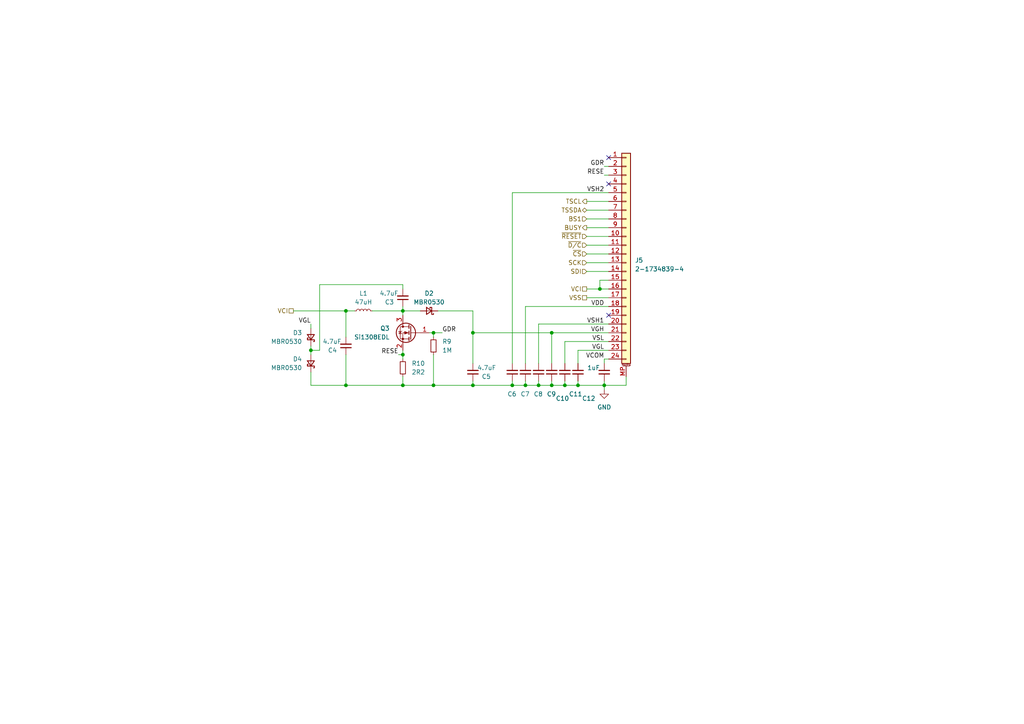
<source format=kicad_sch>
(kicad_sch (version 20230121) (generator eeschema)
  (paper "A4")
  (lib_symbols
    (symbol "Connector_Generic_MountingPin:Conn_01x24_MountingPin" (pin_names (offset 1.016) hide)
      (property "Reference" "J" (at 0 30.48 0))
      (property "Value" "Conn_01x24_MountingPin" (at 1.27 -33.02 0))
      (symbol "Conn_01x24_MountingPin_1_1"
        (rectangle (start -1.27 -30.353) (end 0 -30.607) (stroke (width 0.1524)))
        (rectangle (start -1.27 -27.813) (end 0 -28.067) (stroke (width 0.1524)))
        (rectangle (start -1.27 -25.273) (end 0 -25.527) (stroke (width 0.1524)))
        (rectangle (start -1.27 -22.733) (end 0 -22.987) (stroke (width 0.1524)))
        (rectangle (start -1.27 -20.193) (end 0 -20.447) (stroke (width 0.1524)))
        (rectangle (start -1.27 -17.653) (end 0 -17.907) (stroke (width 0.1524)))
        (rectangle (start -1.27 -15.113) (end 0 -15.367) (stroke (width 0.1524)))
        (rectangle (start -1.27 -12.573) (end 0 -12.827) (stroke (width 0.1524)))
        (rectangle (start -1.27 -10.033) (end 0 -10.287) (stroke (width 0.1524)))
        (rectangle (start -1.27 -7.493) (end 0 -7.747) (stroke (width 0.1524)))
        (rectangle (start -1.27 -4.953) (end 0 -5.207) (stroke (width 0.1524)))
        (rectangle (start -1.27 -2.413) (end 0 -2.667) (stroke (width 0.1524)))
        (rectangle (start -1.27 0.127) (end 0 -0.127) (stroke (width 0.1524)))
        (rectangle (start -1.27 2.667) (end 0 2.413) (stroke (width 0.1524)))
        (rectangle (start -1.27 5.207) (end 0 4.953) (stroke (width 0.1524)))
        (rectangle (start -1.27 7.747) (end 0 7.493) (stroke (width 0.1524)))
        (rectangle (start -1.27 10.287) (end 0 10.033) (stroke (width 0.1524)))
        (rectangle (start -1.27 12.827) (end 0 12.573) (stroke (width 0.1524)))
        (rectangle (start -1.27 15.367) (end 0 15.113) (stroke (width 0.1524)))
        (rectangle (start -1.27 17.907) (end 0 17.653) (stroke (width 0.1524)))
        (rectangle (start -1.27 20.447) (end 0 20.193) (stroke (width 0.1524)))
        (rectangle (start -1.27 22.987) (end 0 22.733) (stroke (width 0.1524)))
        (rectangle (start -1.27 25.527) (end 0 25.273) (stroke (width 0.1524)))
        (rectangle (start -1.27 28.067) (end 0 27.813) (stroke (width 0.1524)))
        (rectangle (start -1.27 29.21) (end 1.27 -31.75) (stroke (width 0.254)) (fill (type background)))
        (polyline (pts (xy -1.016 -32.512) (xy 1.016 -32.512)) (stroke (width 0.1524)))
        (text "Mounting" (at 0 -32.131 0) (effects (font (size 0.381 0.381))))
        (pin passive line (at -5.08 27.94 0) (length 3.81) (name "Pin_1") (number "1"))
        (pin passive line (at -5.08 5.08 0) (length 3.81) (name "Pin_10") (number "10"))
        (pin passive line (at -5.08 2.54 0) (length 3.81) (name "Pin_11") (number "11"))
        (pin passive line (at -5.08 0 0) (length 3.81) (name "Pin_12") (number "12"))
        (pin passive line (at -5.08 -2.54 0) (length 3.81) (name "Pin_13") (number "13"))
        (pin passive line (at -5.08 -5.08 0) (length 3.81) (name "Pin_14") (number "14"))
        (pin passive line (at -5.08 -7.62 0) (length 3.81) (name "Pin_15") (number "15"))
        (pin passive line (at -5.08 -10.16 0) (length 3.81) (name "Pin_16") (number "16"))
        (pin passive line (at -5.08 -12.7 0) (length 3.81) (name "Pin_17") (number "17"))
        (pin passive line (at -5.08 -15.24 0) (length 3.81) (name "Pin_18") (number "18"))
        (pin passive line (at -5.08 -17.78 0) (length 3.81) (name "Pin_19") (number "19"))
        (pin passive line (at -5.08 25.4 0) (length 3.81) (name "Pin_2") (number "2"))
        (pin passive line (at -5.08 -20.32 0) (length 3.81) (name "Pin_20") (number "20"))
        (pin passive line (at -5.08 -22.86 0) (length 3.81) (name "Pin_21") (number "21"))
        (pin passive line (at -5.08 -25.4 0) (length 3.81) (name "Pin_22") (number "22"))
        (pin passive line (at -5.08 -27.94 0) (length 3.81) (name "Pin_23") (number "23"))
        (pin passive line (at -5.08 -30.48 0) (length 3.81) (name "Pin_24") (number "24"))
        (pin passive line (at -5.08 22.86 0) (length 3.81) (name "Pin_3") (number "3"))
        (pin passive line (at -5.08 20.32 0) (length 3.81) (name "Pin_4") (number "4"))
        (pin passive line (at -5.08 17.78 0) (length 3.81) (name "Pin_5") (number "5"))
        (pin passive line (at -5.08 15.24 0) (length 3.81) (name "Pin_6") (number "6"))
        (pin passive line (at -5.08 12.7 0) (length 3.81) (name "Pin_7") (number "7"))
        (pin passive line (at -5.08 10.16 0) (length 3.81) (name "Pin_8") (number "8"))
        (pin passive line (at -5.08 7.62 0) (length 3.81) (name "Pin_9") (number "9"))
        (pin passive line (at 0 -35.56 90) (length 3.048) (name "MountPin") (number "MP"))
      )
    )
    (symbol "Device:C_Small" (pin_numbers hide) (pin_names (offset 0.254) hide)
      (property "Reference" "C" (at 0.254 1.778 0))
      (property "Value" "C_Small" (at 0.254 -2.032 0))
      (symbol "C_Small_0_1"
        (polyline (pts (xy -1.524 -0.508) (xy 1.524 -0.508)) (stroke (width 0.3302)))
        (polyline (pts (xy -1.524 0.508) (xy 1.524 0.508)) (stroke (width 0.3048)))
      )
      (symbol "C_Small_1_1"
        (pin passive line (at 0 2.54 270) (length 2.032) (name "~") (number "1"))
        (pin passive line (at 0 -2.54 90) (length 2.032) (name "~") (number "2"))
      )
    )
    (symbol "Device:D_Schottky_Small" (pin_numbers hide) (pin_names (offset 0.254) hide)
      (property "Reference" "D" (at -1.27 2.032 0))
      (property "Value" "D_Schottky_Small" (at -7.112 -2.032 0))
      (symbol "D_Schottky_Small_0_1"
        (polyline (pts (xy -0.762 0) (xy 0.762 0)))
        (polyline (pts (xy 0.762 -1.016) (xy -0.762 0) (xy 0.762 1.016) (xy 0.762 -1.016)) (stroke (width 0.254)))
        (polyline (pts (xy -1.27 0.762) (xy -1.27 1.016) (xy -0.762 1.016) (xy -0.762 -1.016) (xy -0.254 -1.016) (xy -0.254 -0.762)) (stroke (width 0.254)))
      )
      (symbol "D_Schottky_Small_1_1"
        (pin passive line (at -2.54 0 0) (length 1.778) (name "K") (number "1"))
        (pin passive line (at 2.54 0 180) (length 1.778) (name "A") (number "2"))
      )
    )
    (symbol "Device:L_Small" (pin_numbers hide) (pin_names (offset 0.254) hide)
      (property "Reference" "L" (at 0.762 1.016 0))
      (property "Value" "L_Small" (at 0.762 -1.016 0))
      (symbol "L_Small_0_1"
        (arc (start 0 -2.032) (mid 0.5058 -1.524) (end 0 -1.016))
        (arc (start 0 -1.016) (mid 0.5058 -0.508) (end 0 0))
        (arc (start 0 0) (mid 0.5058 0.508) (end 0 1.016))
        (arc (start 0 1.016) (mid 0.5058 1.524) (end 0 2.032))
      )
      (symbol "L_Small_1_1"
        (pin passive line (at 0 2.54 270) (length 0.508) (name "~") (number "1"))
        (pin passive line (at 0 -2.54 90) (length 0.508) (name "~") (number "2"))
      )
    )
    (symbol "Device:Q_NMOS_GSD" (pin_names (offset 0) hide)
      (property "Reference" "Q" (at 5.08 1.27 0))
      (property "Value" "Q_NMOS_GSD" (at 5.08 -1.27 0))
      (symbol "Q_NMOS_GSD_0_1"
        (polyline (pts (xy 0.254 0) (xy -2.54 0)))
        (polyline (pts (xy 0.254 1.905) (xy 0.254 -1.905)) (stroke (width 0.254)))
        (polyline (pts (xy 0.762 -1.27) (xy 0.762 -2.286)) (stroke (width 0.254)))
        (polyline (pts (xy 0.762 0.508) (xy 0.762 -0.508)) (stroke (width 0.254)))
        (polyline (pts (xy 0.762 2.286) (xy 0.762 1.27)) (stroke (width 0.254)))
        (polyline (pts (xy 2.54 2.54) (xy 2.54 1.778)))
        (polyline (pts (xy 2.54 -2.54) (xy 2.54 0) (xy 0.762 0)))
        (polyline (pts (xy 0.762 -1.778) (xy 3.302 -1.778) (xy 3.302 1.778) (xy 0.762 1.778)))
        (polyline (pts (xy 1.016 0) (xy 2.032 0.381) (xy 2.032 -0.381) (xy 1.016 0)) (fill (type outline)))
        (polyline (pts (xy 2.794 0.508) (xy 2.921 0.381) (xy 3.683 0.381) (xy 3.81 0.254)))
        (polyline (pts (xy 3.302 0.381) (xy 2.921 -0.254) (xy 3.683 -0.254) (xy 3.302 0.381)))
        (circle (center 1.651 0) (radius 2.794) (stroke (width 0.254)))
        (circle (center 2.54 -1.778) (radius 0.254) (fill (type outline)))
        (circle (center 2.54 1.778) (radius 0.254) (fill (type outline)))
      )
      (symbol "Q_NMOS_GSD_1_1"
        (pin input line (at -5.08 0 0) (length 2.54) (name "G") (number "1"))
        (pin passive line (at 2.54 -5.08 90) (length 2.54) (name "S") (number "2"))
        (pin passive line (at 2.54 5.08 270) (length 2.54) (name "D") (number "3"))
      )
    )
    (symbol "Device:R_Small" (pin_numbers hide) (pin_names (offset 0.254) hide)
      (property "Reference" "R" (at 0.762 0.508 0))
      (property "Value" "R_Small" (at 0.762 -1.016 0))
      (symbol "R_Small_0_1"
        (rectangle (start -0.762 1.778) (end 0.762 -1.778) (stroke (width 0.2032)))
      )
      (symbol "R_Small_1_1"
        (pin passive line (at 0 2.54 270) (length 0.762) (name "~") (number "1"))
        (pin passive line (at 0 -2.54 90) (length 0.762) (name "~") (number "2"))
      )
    )
    (symbol "power:GND" (power) (pin_names (offset 0))
      (property "Value" "GND" (at 0 -3.81 0))
      (symbol "GND_0_1"
        (polyline (pts (xy 0 0) (xy 0 -1.27) (xy 1.27 -1.27) (xy 0 -2.54) (xy -1.27 -1.27) (xy 0 -1.27)))
      )
      (symbol "GND_1_1"
        (pin power_in line (at 0 0 270) (length 0) hide (name "GND") (number "1"))
      )
    )
  )
  (junction (at 152.4 111.76))
  (junction (at 160.02 111.76))
  (junction (at 100.33 111.76))
  (junction (at 160.02 96.52))
  (junction (at 125.73 96.52))
  (junction (at 137.16 96.52))
  (junction (at 173.99 83.82))
  (junction (at 90.17 101.6))
  (junction (at 163.83 111.76))
  (junction (at 116.84 102.87))
  (junction (at 116.84 90.17))
  (junction (at 125.73 111.76))
  (junction (at 148.59 111.76))
  (junction (at 137.16 111.76))
  (junction (at 167.64 111.76))
  (junction (at 100.33 90.17))
  (junction (at 156.21 111.76))
  (junction (at 175.26 111.76))
  (junction (at 116.84 111.76))
  (no_connect (at 176.53 53.34))
  (no_connect (at 176.53 45.72))
  (no_connect (at 176.53 91.44))
  (wire (pts (xy 100.33 102.87) (xy 100.33 111.76)))
  (wire (pts (xy 90.17 111.76) (xy 90.17 107.95)))
  (wire (pts (xy 100.33 111.76) (xy 90.17 111.76)))
  (wire (pts (xy 163.83 99.06) (xy 163.83 105.41)))
  (wire (pts (xy 163.83 99.06) (xy 176.53 99.06)))
  (wire (pts (xy 137.16 96.52) (xy 137.16 105.41)))
  (wire (pts (xy 100.33 90.17) (xy 102.87 90.17)))
  (wire (pts (xy 100.33 97.79) (xy 100.33 90.17)))
  (wire (pts (xy 90.17 100.33) (xy 90.17 101.6)))
  (wire (pts (xy 90.17 101.6) (xy 90.17 102.87)))
  (wire (pts (xy 170.18 78.74) (xy 176.53 78.74)))
  (wire (pts (xy 85.09 90.17) (xy 100.33 90.17)))
  (wire (pts (xy 116.84 109.22) (xy 116.84 111.76)))
  (wire (pts (xy 116.84 111.76) (xy 125.73 111.76)))
  (wire (pts (xy 125.73 102.87) (xy 125.73 111.76)))
  (wire (pts (xy 175.26 111.76) (xy 181.61 111.76)))
  (wire (pts (xy 181.61 111.76) (xy 181.61 109.22)))
  (wire (pts (xy 170.18 58.42) (xy 176.53 58.42)))
  (wire (pts (xy 148.59 110.49) (xy 148.59 111.76)))
  (wire (pts (xy 160.02 105.41) (xy 160.02 96.52)))
  (wire (pts (xy 173.99 83.82) (xy 176.53 83.82)))
  (wire (pts (xy 156.21 110.49) (xy 156.21 111.76)))
  (wire (pts (xy 116.84 101.6) (xy 116.84 102.87)))
  (wire (pts (xy 116.84 102.87) (xy 116.84 104.14)))
  (wire (pts (xy 175.26 104.14) (xy 175.26 105.41)))
  (wire (pts (xy 137.16 90.17) (xy 127 90.17)))
  (wire (pts (xy 137.16 96.52) (xy 137.16 90.17)))
  (wire (pts (xy 175.26 50.8) (xy 176.53 50.8)))
  (wire (pts (xy 163.83 110.49) (xy 163.83 111.76)))
  (wire (pts (xy 175.26 48.26) (xy 176.53 48.26)))
  (wire (pts (xy 173.99 81.28) (xy 176.53 81.28)))
  (wire (pts (xy 156.21 93.98) (xy 156.21 105.41)))
  (wire (pts (xy 90.17 101.6) (xy 92.71 101.6)))
  (wire (pts (xy 92.71 82.55) (xy 116.84 82.55)))
  (wire (pts (xy 92.71 101.6) (xy 92.71 82.55)))
  (wire (pts (xy 170.18 63.5) (xy 176.53 63.5)))
  (wire (pts (xy 167.64 101.6) (xy 176.53 101.6)))
  (wire (pts (xy 148.59 55.88) (xy 148.59 105.41)))
  (wire (pts (xy 148.59 55.88) (xy 176.53 55.88)))
  (wire (pts (xy 170.18 83.82) (xy 173.99 83.82)))
  (wire (pts (xy 125.73 96.52) (xy 128.27 96.52)))
  (wire (pts (xy 170.18 76.2) (xy 176.53 76.2)))
  (wire (pts (xy 152.4 111.76) (xy 152.4 110.49)))
  (wire (pts (xy 156.21 111.76) (xy 152.4 111.76)))
  (wire (pts (xy 160.02 111.76) (xy 156.21 111.76)))
  (wire (pts (xy 163.83 111.76) (xy 160.02 111.76)))
  (wire (pts (xy 167.64 111.76) (xy 163.83 111.76)))
  (wire (pts (xy 170.18 86.36) (xy 176.53 86.36)))
  (wire (pts (xy 156.21 93.98) (xy 176.53 93.98)))
  (wire (pts (xy 170.18 73.66) (xy 176.53 73.66)))
  (wire (pts (xy 160.02 110.49) (xy 160.02 111.76)))
  (wire (pts (xy 170.18 71.12) (xy 176.53 71.12)))
  (wire (pts (xy 175.26 111.76) (xy 175.26 113.03)))
  (wire (pts (xy 137.16 110.49) (xy 137.16 111.76)))
  (wire (pts (xy 100.33 111.76) (xy 116.84 111.76)))
  (wire (pts (xy 90.17 93.98) (xy 90.17 95.25)))
  (wire (pts (xy 116.84 90.17) (xy 121.92 90.17)))
  (wire (pts (xy 175.26 104.14) (xy 176.53 104.14)))
  (wire (pts (xy 152.4 88.9) (xy 176.53 88.9)))
  (wire (pts (xy 173.99 81.28) (xy 173.99 83.82)))
  (wire (pts (xy 167.64 111.76) (xy 167.64 110.49)))
  (wire (pts (xy 175.26 110.49) (xy 175.26 111.76)))
  (wire (pts (xy 175.26 111.76) (xy 167.64 111.76)))
  (wire (pts (xy 115.57 102.87) (xy 116.84 102.87)))
  (wire (pts (xy 152.4 88.9) (xy 152.4 105.41)))
  (wire (pts (xy 160.02 96.52) (xy 176.53 96.52)))
  (wire (pts (xy 137.16 96.52) (xy 160.02 96.52)))
  (wire (pts (xy 137.16 111.76) (xy 148.59 111.76)))
  (wire (pts (xy 148.59 111.76) (xy 152.4 111.76)))
  (wire (pts (xy 107.95 90.17) (xy 116.84 90.17)))
  (wire (pts (xy 167.64 101.6) (xy 167.64 105.41)))
  (wire (pts (xy 170.18 60.96) (xy 176.53 60.96)))
  (wire (pts (xy 116.84 88.9) (xy 116.84 90.17)))
  (wire (pts (xy 116.84 90.17) (xy 116.84 91.44)))
  (wire (pts (xy 170.18 68.58) (xy 176.53 68.58)))
  (wire (pts (xy 124.46 96.52) (xy 125.73 96.52)))
  (wire (pts (xy 125.73 96.52) (xy 125.73 97.79)))
  (wire (pts (xy 170.18 66.04) (xy 176.53 66.04)))
  (wire (pts (xy 137.16 111.76) (xy 125.73 111.76)))
  (wire (pts (xy 116.84 82.55) (xy 116.84 83.82)))
  (label "VGH" (at 175.26 96.52 180))
  (label "VSL" (at 175.26 99.06 180))
  (label "VGL" (at 175.26 101.6 180))
  (label "GDR" (at 175.26 48.26 180))
  (label "VSH2" (at 175.26 55.88 180))
  (label "VGL" (at 90.17 93.98 180))
  (label "VSH1" (at 175.26 93.98 180))
  (label "GDR" (at 128.27 96.52 0))
  (label "RESE" (at 175.26 50.8 180))
  (label "VCOM" (at 175.26 104.14 180))
  (label "RESE" (at 115.57 102.87 180))
  (label "VDD" (at 175.26 88.9 180))
  (hierarchical_label "VCI" (shape passive) (at 85.09 90.17 180))
  (hierarchical_label "VCI" (shape passive) (at 170.18 83.82 180))
  (hierarchical_label "BS1" (shape input) (at 170.18 63.5 180))
  (hierarchical_label "SCK" (shape input) (at 170.18 76.2 180))
  (hierarchical_label "~{CS}" (shape input) (at 170.18 73.66 180))
  (hierarchical_label "TSSDA" (shape bidirectional) (at 170.18 60.96 180))
  (hierarchical_label "BUSY" (shape output) (at 170.18 66.04 180))
  (hierarchical_label "~{D{slash}C}" (shape input) (at 170.18 71.12 180))
  (hierarchical_label "SDI" (shape input) (at 170.18 78.74 180))
  (hierarchical_label "TSCL" (shape output) (at 170.18 58.42 180))
  (hierarchical_label "VSS" (shape passive) (at 170.18 86.36 180))
  (hierarchical_label "~{RESET}" (shape input) (at 170.18 68.58 180))
  (symbol (lib_id "Device:C_Small") (at 156.21 107.95 0) (mirror x) (unit 1)
    (property "Reference" "C8" (at 157.48 114.2999 0) (effects (justify right)))
    (property "Value" "1uF" (effects hide))
    (property "Footprint" "Capacitor_SMD:C_0603_1608Metric_Pad1.08x0.95mm_HandSolder" (effects hide))
  )
  (symbol (lib_id "Device:D_Schottky_Small") (at 90.17 97.79 270) (mirror x) (unit 1)
    (property "Reference" "D3" (at 87.63 96.5199 90) (effects (justify right)))
    (property "Value" "MBR0530" (at 87.63 99.0599 90) (effects (justify right)))
    (property "Footprint" "Diode_SMD:D_SOD-123" (effects hide))
  )
  (symbol (lib_id "Device:C_Small") (at 175.26 107.95 0) (mirror x) (unit 1)
    (property "Reference" "C12" (at 172.72 115.5699 0) (effects (justify right)))
    (property "Value" "1uF" (at 173.99 106.6799 0) (effects (justify right)))
    (property "Footprint" "Capacitor_SMD:C_0603_1608Metric_Pad1.08x0.95mm_HandSolder" (effects hide))
  )
  (symbol (lib_id "Device:D_Schottky_Small") (at 124.46 90.17 180) (unit 1)
    (property "Reference" "D2" (at 124.46 85.09 0))
    (property "Value" "MBR0530" (at 124.46 87.63 0))
    (property "Footprint" "Diode_SMD:D_SOD-123" (effects hide))
  )
  (symbol (lib_id "Device:R_Small") (at 125.73 100.33 0) (unit 1)
    (property "Reference" "R9" (at 128.27 99.0599 0) (effects (justify left)))
    (property "Value" "1M" (at 128.27 101.5999 0) (effects (justify left)))
    (property "Footprint" "Resistor_SMD:R_0603_1608Metric_Pad0.98x0.95mm_HandSolder" (effects hide))
  )
  (symbol (lib_id "Device:R_Small") (at 116.84 106.68 0) (unit 1)
    (property "Reference" "R10" (at 119.38 105.4099 0) (effects (justify left)))
    (property "Value" "2R2" (at 119.38 107.9499 0) (effects (justify left)))
    (property "Footprint" "Resistor_SMD:R_0603_1608Metric_Pad0.98x0.95mm_HandSolder" (effects hide))
  )
  (symbol (lib_id "Device:C_Small") (at 148.59 107.95 0) (mirror x) (unit 1)
    (property "Reference" "C6" (at 149.86 114.2999 0) (effects (justify right)))
    (property "Value" "1uF" (effects hide))
    (property "Footprint" "Capacitor_SMD:C_0603_1608Metric_Pad1.08x0.95mm_HandSolder" (effects hide))
  )
  (symbol (lib_id "power:GND") (at 175.26 113.03 0) (unit 1)
    (property "Reference" "#PWR0125" (effects hide))
    (property "Value" "GND" (at 175.26 118.11 0))
  )
  (symbol (lib_id "Device:C_Small") (at 152.4 107.95 0) (mirror x) (unit 1)
    (property "Reference" "C7" (at 153.67 114.2999 0) (effects (justify right)))
    (property "Value" "1uF" (effects hide))
    (property "Footprint" "Capacitor_SMD:C_0603_1608Metric_Pad1.08x0.95mm_HandSolder" (effects hide))
  )
  (symbol (lib_id "Device:L_Small") (at 105.41 90.17 90) (unit 1)
    (property "Reference" "L1" (at 105.41 85.09 90))
    (property "Value" "47uH" (at 105.41 87.63 90))
    (property "Footprint" "Inductor_SMD:L_Taiyo-Yuden_NR-60xx_HandSoldering" (effects hide))
    (property "MPN" "NRS6028T470MMGJ " (effects hide))
  )
  (symbol (lib_id "Device:C_Small") (at 116.84 86.36 0) (mirror x) (unit 1)
    (property "Reference" "C3" (at 114.3 87.6299 0) (effects (justify right)))
    (property "Value" "4.7uF" (at 115.57 85.0899 0) (effects (justify right)))
    (property "Footprint" "Capacitor_SMD:C_0603_1608Metric_Pad1.08x0.95mm_HandSolder" (effects hide))
  )
  (symbol (lib_id "Device:C_Small") (at 163.83 107.95 0) (mirror x) (unit 1)
    (property "Reference" "C10" (at 165.1 115.5699 0) (effects (justify right)))
    (property "Value" "1uF" (effects hide))
    (property "Footprint" "Capacitor_SMD:C_0603_1608Metric_Pad1.08x0.95mm_HandSolder" (effects hide))
  )
  (symbol (lib_id "Device:C_Small") (at 160.02 107.95 0) (mirror x) (unit 1)
    (property "Reference" "C9" (at 161.29 114.2999 0) (effects (justify right)))
    (property "Value" "1uF" (effects hide))
    (property "Footprint" "Capacitor_SMD:C_0603_1608Metric_Pad1.08x0.95mm_HandSolder" (effects hide))
  )
  (symbol (lib_id "Connector_Generic_MountingPin:Conn_01x24_MountingPin") (at 181.61 73.66 0) (unit 1)
    (property "Reference" "J5" (at 184.15 75.5014 0) (effects (justify left)))
    (property "Value" "2-1734839-4" (at 184.15 78.0414 0) (effects (justify left)))
    (property "Footprint" "Connector_FFC-FPC:TE_2-1734839-4_1x24-1MP_P0.5mm_Horizontal" (effects hide))
    (property "Datasheet" "https://v4.cecdn.yun300.cn/100001_1909185148/GDEY0213Z98.pdf" (effects hide))
    (property "MPN" "GDEY0213Z98" (effects hide))
  )
  (symbol (lib_id "Device:Q_NMOS_GSD") (at 119.38 96.52 0) (mirror y) (unit 1)
    (property "Reference" "Q3" (at 113.03 95.2499 0) (effects (justify left)))
    (property "Value" "Si1308EDL" (at 113.03 97.7899 0) (effects (justify left)))
    (property "Footprint" "Package_TO_SOT_SMD:SOT-323_SC-70_Handsoldering" (effects hide))
  )
  (symbol (lib_id "Device:C_Small") (at 137.16 107.95 180) (unit 1)
    (property "Reference" "C5" (at 139.7 109.2199 0) (effects (justify right)))
    (property "Value" "4.7uF" (at 138.43 106.6799 0) (effects (justify right)))
    (property "Footprint" "Capacitor_SMD:C_0603_1608Metric_Pad1.08x0.95mm_HandSolder" (effects hide))
  )
  (symbol (lib_id "Device:C_Small") (at 167.64 107.95 0) (mirror x) (unit 1)
    (property "Reference" "C11" (at 168.91 114.2999 0) (effects (justify right)))
    (property "Value" "1uF" (effects hide))
    (property "Footprint" "Capacitor_SMD:C_0603_1608Metric_Pad1.08x0.95mm_HandSolder" (effects hide))
  )
  (symbol (lib_id "Device:D_Schottky_Small") (at 90.17 105.41 270) (mirror x) (unit 1)
    (property "Reference" "D4" (at 87.63 104.1399 90) (effects (justify right)))
    (property "Value" "MBR0530" (at 87.63 106.6799 90) (effects (justify right)))
    (property "Footprint" "Diode_SMD:D_SOD-123" (effects hide))
  )
  (symbol (lib_id "Device:C_Small") (at 100.33 100.33 0) (mirror x) (unit 1)
    (property "Reference" "C4" (at 97.79 101.5999 0) (effects (justify right)))
    (property "Value" "4.7uF" (at 99.06 99.0599 0) (effects (justify right)))
    (property "Footprint" "Capacitor_SMD:C_0603_1608Metric_Pad1.08x0.95mm_HandSolder" (effects hide))
  )
)
</source>
